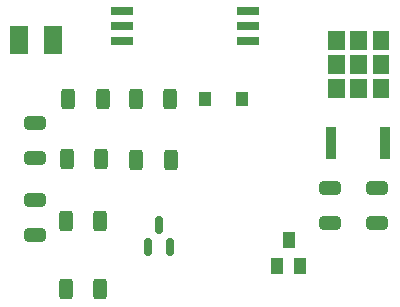
<source format=gtp>
%TF.GenerationSoftware,KiCad,Pcbnew,8.0.1*%
%TF.CreationDate,2025-03-05T11:05:37+00:00*%
%TF.ProjectId,PWM Control Circuit,50574d20-436f-46e7-9472-6f6c20436972,Version 2*%
%TF.SameCoordinates,Original*%
%TF.FileFunction,Paste,Top*%
%TF.FilePolarity,Positive*%
%FSLAX46Y46*%
G04 Gerber Fmt 4.6, Leading zero omitted, Abs format (unit mm)*
G04 Created by KiCad (PCBNEW 8.0.1) date 2025-03-05 11:05:37*
%MOMM*%
%LPD*%
G01*
G04 APERTURE LIST*
G04 Aperture macros list*
%AMRoundRect*
0 Rectangle with rounded corners*
0 $1 Rounding radius*
0 $2 $3 $4 $5 $6 $7 $8 $9 X,Y pos of 4 corners*
0 Add a 4 corners polygon primitive as box body*
4,1,4,$2,$3,$4,$5,$6,$7,$8,$9,$2,$3,0*
0 Add four circle primitives for the rounded corners*
1,1,$1+$1,$2,$3*
1,1,$1+$1,$4,$5*
1,1,$1+$1,$6,$7*
1,1,$1+$1,$8,$9*
0 Add four rect primitives between the rounded corners*
20,1,$1+$1,$2,$3,$4,$5,0*
20,1,$1+$1,$4,$5,$6,$7,0*
20,1,$1+$1,$6,$7,$8,$9,0*
20,1,$1+$1,$8,$9,$2,$3,0*%
G04 Aperture macros list end*
%ADD10C,0.010000*%
%ADD11R,1.110000X1.220000*%
%ADD12RoundRect,0.250000X-0.312500X-0.625000X0.312500X-0.625000X0.312500X0.625000X-0.312500X0.625000X0*%
%ADD13RoundRect,0.150000X0.150000X-0.587500X0.150000X0.587500X-0.150000X0.587500X-0.150000X-0.587500X0*%
%ADD14R,0.970000X2.830000*%
%ADD15RoundRect,0.250000X-0.650000X0.325000X-0.650000X-0.325000X0.650000X-0.325000X0.650000X0.325000X0*%
%ADD16R,1.000000X1.400000*%
%ADD17R,1.850000X0.650000*%
%ADD18R,1.600000X2.400000*%
G04 APERTURE END LIST*
D10*
%TO.C,U2*%
X119658300Y-85700000D02*
X118348300Y-85700000D01*
X118348300Y-84240000D01*
X119658300Y-84240000D01*
X119658300Y-85700000D01*
G36*
X119658300Y-85700000D02*
G01*
X118348300Y-85700000D01*
X118348300Y-84240000D01*
X119658300Y-84240000D01*
X119658300Y-85700000D01*
G37*
X119658300Y-87730000D02*
X118348300Y-87730000D01*
X118348300Y-86270000D01*
X119658300Y-86270000D01*
X119658300Y-87730000D01*
G36*
X119658300Y-87730000D02*
G01*
X118348300Y-87730000D01*
X118348300Y-86270000D01*
X119658300Y-86270000D01*
X119658300Y-87730000D01*
G37*
X119658300Y-89760000D02*
X118348300Y-89760000D01*
X118348300Y-88300000D01*
X119658300Y-88300000D01*
X119658300Y-89760000D01*
G36*
X119658300Y-89760000D02*
G01*
X118348300Y-89760000D01*
X118348300Y-88300000D01*
X119658300Y-88300000D01*
X119658300Y-89760000D01*
G37*
X121538300Y-85700000D02*
X120228300Y-85700000D01*
X120228300Y-84240000D01*
X121538300Y-84240000D01*
X121538300Y-85700000D01*
G36*
X121538300Y-85700000D02*
G01*
X120228300Y-85700000D01*
X120228300Y-84240000D01*
X121538300Y-84240000D01*
X121538300Y-85700000D01*
G37*
X121538300Y-87730000D02*
X120228300Y-87730000D01*
X120228300Y-86270000D01*
X121538300Y-86270000D01*
X121538300Y-87730000D01*
G36*
X121538300Y-87730000D02*
G01*
X120228300Y-87730000D01*
X120228300Y-86270000D01*
X121538300Y-86270000D01*
X121538300Y-87730000D01*
G37*
X121538300Y-89760000D02*
X120228300Y-89760000D01*
X120228300Y-88300000D01*
X121538300Y-88300000D01*
X121538300Y-89760000D01*
G36*
X121538300Y-89760000D02*
G01*
X120228300Y-89760000D01*
X120228300Y-88300000D01*
X121538300Y-88300000D01*
X121538300Y-89760000D01*
G37*
X123418300Y-85700000D02*
X122108300Y-85700000D01*
X122108300Y-84240000D01*
X123418300Y-84240000D01*
X123418300Y-85700000D01*
G36*
X123418300Y-85700000D02*
G01*
X122108300Y-85700000D01*
X122108300Y-84240000D01*
X123418300Y-84240000D01*
X123418300Y-85700000D01*
G37*
X123418300Y-87730000D02*
X122108300Y-87730000D01*
X122108300Y-86270000D01*
X123418300Y-86270000D01*
X123418300Y-87730000D01*
G36*
X123418300Y-87730000D02*
G01*
X122108300Y-87730000D01*
X122108300Y-86270000D01*
X123418300Y-86270000D01*
X123418300Y-87730000D01*
G37*
X123418300Y-89760000D02*
X122108300Y-89760000D01*
X122108300Y-88300000D01*
X123418300Y-88300000D01*
X123418300Y-89760000D01*
G36*
X123418300Y-89760000D02*
G01*
X122108300Y-89760000D01*
X122108300Y-88300000D01*
X123418300Y-88300000D01*
X123418300Y-89760000D01*
G37*
%TD*%
D11*
%TO.C,D3*%
X107950000Y-90000000D03*
X111050000Y-90000000D03*
%TD*%
D12*
%TO.C,R5*%
X102075000Y-90000000D03*
X105000000Y-90000000D03*
%TD*%
D13*
%TO.C,D2*%
X103100000Y-102500000D03*
X105000000Y-102500000D03*
X104050000Y-100625000D03*
%TD*%
D14*
%TO.C,U2*%
X118593300Y-93650000D03*
X123173300Y-93650000D03*
%TD*%
D12*
%TO.C,R1*%
X96350000Y-90000000D03*
X99275000Y-90000000D03*
%TD*%
D15*
%TO.C,C2*%
X93500000Y-92025000D03*
X93500000Y-94975000D03*
%TD*%
D16*
%TO.C,D4*%
X114050000Y-104100000D03*
X115950000Y-104100000D03*
X115000000Y-101900000D03*
%TD*%
D15*
%TO.C,C1*%
X93500000Y-98525000D03*
X93500000Y-101475000D03*
%TD*%
D12*
%TO.C,R6*%
X102100000Y-95100000D03*
X105025000Y-95100000D03*
%TD*%
D15*
%TO.C,C4*%
X122500000Y-97525000D03*
X122500000Y-100475000D03*
%TD*%
%TO.C,C3*%
X118500000Y-97525000D03*
X118500000Y-100475000D03*
%TD*%
D12*
%TO.C,R2*%
X96200000Y-95000000D03*
X99125000Y-95000000D03*
%TD*%
%TO.C,R3*%
X96125000Y-100300000D03*
X99050000Y-100300000D03*
%TD*%
%TO.C,R4*%
X96150000Y-106075000D03*
X99075000Y-106075000D03*
%TD*%
D17*
%TO.C,IC1*%
X100875000Y-82530000D03*
X100875000Y-83800000D03*
X100875000Y-85070000D03*
X111525000Y-85070000D03*
X111525000Y-83800000D03*
X111525000Y-82530000D03*
%TD*%
D18*
%TO.C,D1*%
X92175000Y-85000000D03*
X95025000Y-85000000D03*
%TD*%
M02*

</source>
